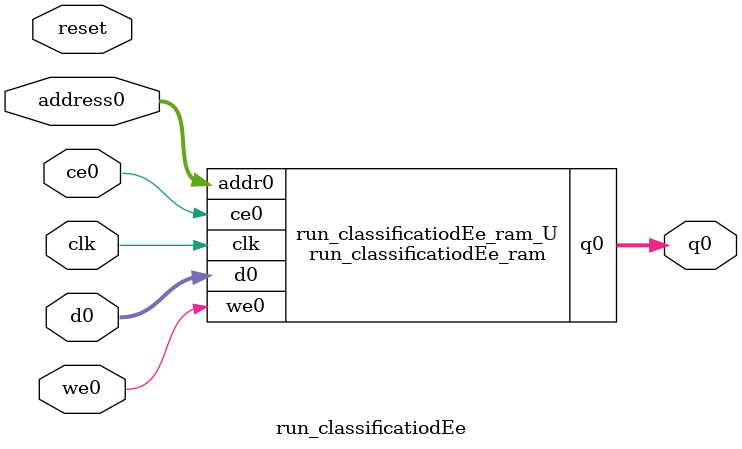
<source format=v>

`timescale 1 ns / 1 ps
module run_classificatiodEe_ram (addr0, ce0, d0, we0, q0,  clk);

parameter DWIDTH = 32;
parameter AWIDTH = 7;
parameter MEM_SIZE = 70;

input[AWIDTH-1:0] addr0;
input ce0;
input[DWIDTH-1:0] d0;
input we0;
output reg[DWIDTH-1:0] q0;
input clk;

(* ram_style = "block" *)reg [DWIDTH-1:0] ram[0:MEM_SIZE-1];




always @(posedge clk)  
begin 
    if (ce0) 
    begin
        if (we0) 
        begin 
            ram[addr0] <= d0; 
            q0 <= d0;
        end 
        else 
            q0 <= ram[addr0];
    end
end


endmodule


`timescale 1 ns / 1 ps
module run_classificatiodEe(
    reset,
    clk,
    address0,
    ce0,
    we0,
    d0,
    q0);

parameter DataWidth = 32'd32;
parameter AddressRange = 32'd70;
parameter AddressWidth = 32'd7;
input reset;
input clk;
input[AddressWidth - 1:0] address0;
input ce0;
input we0;
input[DataWidth - 1:0] d0;
output[DataWidth - 1:0] q0;



run_classificatiodEe_ram run_classificatiodEe_ram_U(
    .clk( clk ),
    .addr0( address0 ),
    .ce0( ce0 ),
    .d0( d0 ),
    .we0( we0 ),
    .q0( q0 ));

endmodule


</source>
